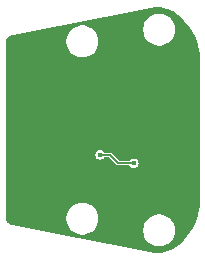
<source format=gbr>
%TF.GenerationSoftware,KiCad,Pcbnew,8.99.0-344-gfbc433deaa*%
%TF.CreationDate,2024-04-11T03:20:37-04:00*%
%TF.ProjectId,typeC,74797065-432e-46b6-9963-61645f706362,rev?*%
%TF.SameCoordinates,Original*%
%TF.FileFunction,Copper,L2,Bot*%
%TF.FilePolarity,Positive*%
%FSLAX46Y46*%
G04 Gerber Fmt 4.6, Leading zero omitted, Abs format (unit mm)*
G04 Created by KiCad (PCBNEW 8.99.0-344-gfbc433deaa) date 2024-04-11 03:20:37*
%MOMM*%
%LPD*%
G01*
G04 APERTURE LIST*
%TA.AperFunction,ComponentPad*%
%ADD10O,1.700000X1.200000*%
%TD*%
%TA.AperFunction,ComponentPad*%
%ADD11O,1.900000X1.200000*%
%TD*%
%TA.AperFunction,ViaPad*%
%ADD12C,0.450000*%
%TD*%
%TA.AperFunction,Conductor*%
%ADD13C,0.127000*%
%TD*%
G04 APERTURE END LIST*
D10*
%TO.P,J3,SH,SH*%
%TO.N,GND*%
X179150000Y-92570000D03*
X179150000Y-103430000D03*
D11*
X174650000Y-92570000D03*
X174650000Y-103430000D03*
%TD*%
D12*
%TO.N,GND*%
X175134020Y-107650075D03*
X174751883Y-88670615D03*
X168250000Y-90000000D03*
X167848915Y-106073925D03*
X171971781Y-106874535D03*
X178850000Y-101600000D03*
X176650000Y-100300000D03*
X178750000Y-98400000D03*
X176650000Y-97100000D03*
X174500000Y-94400000D03*
X174500000Y-95600000D03*
X174500000Y-96800000D03*
X174500000Y-98000000D03*
X174500000Y-99200000D03*
%TO.N,UTL*%
X174600000Y-100800000D03*
X171750000Y-100100000D03*
%TO.N,GND*%
X174650000Y-91200000D03*
X176650000Y-94400000D03*
X172130000Y-103910000D03*
X172350000Y-89000000D03*
X166600000Y-97000000D03*
X166600000Y-95500000D03*
X168480000Y-92500000D03*
X164850000Y-97330000D03*
X166600000Y-98500000D03*
X166190000Y-92440000D03*
X171400000Y-97900000D03*
X166600000Y-101500000D03*
X164830000Y-99920000D03*
X179020000Y-106260000D03*
X169100000Y-94800000D03*
X165530000Y-102750000D03*
X166600000Y-94000000D03*
X168220000Y-103810000D03*
X166130000Y-105130000D03*
X178850000Y-95500000D03*
X179200000Y-91200000D03*
X171400000Y-101000000D03*
X169100000Y-101000000D03*
X171400000Y-94800000D03*
X164850000Y-94780000D03*
X172000000Y-92500000D03*
X174450000Y-104800000D03*
X169100000Y-97900000D03*
X166100000Y-90430000D03*
X178350000Y-89100000D03*
%TD*%
D13*
%TO.N,UTL*%
X173300000Y-100800000D02*
X174450000Y-100800000D01*
X171750000Y-100100000D02*
X172600000Y-100100000D01*
X172600000Y-100100000D02*
X173300000Y-100800000D01*
%TD*%
%TA.AperFunction,Conductor*%
%TO.N,GND*%
G36*
X176604446Y-87583439D02*
G01*
X176877317Y-87600298D01*
X176883633Y-87601013D01*
X177153362Y-87645551D01*
X177159578Y-87646906D01*
X177423385Y-87718663D01*
X177429424Y-87720642D01*
X177595416Y-87784550D01*
X177684543Y-87818866D01*
X177690362Y-87821454D01*
X177821773Y-87888116D01*
X177934161Y-87945129D01*
X177939680Y-87948291D01*
X178169644Y-88096144D01*
X178174803Y-88099845D01*
X178361092Y-88248446D01*
X178389468Y-88271081D01*
X178391907Y-88273130D01*
X178560846Y-88422594D01*
X178560846Y-88422595D01*
X178593454Y-88451445D01*
X178595397Y-88453238D01*
X178881785Y-88729074D01*
X178885436Y-88732901D01*
X179146598Y-89030961D01*
X179149912Y-89035083D01*
X179384933Y-89354150D01*
X179387887Y-89358537D01*
X179491493Y-89527440D01*
X179548397Y-89620208D01*
X179595100Y-89696344D01*
X179597668Y-89700960D01*
X179655586Y-89816241D01*
X179775574Y-90055071D01*
X179777746Y-90059893D01*
X179925074Y-90427773D01*
X179926831Y-90432762D01*
X180042528Y-90811780D01*
X180043856Y-90816897D01*
X180051075Y-90850498D01*
X180127095Y-91204351D01*
X180127986Y-91209564D01*
X180178169Y-91602661D01*
X180178616Y-91607932D01*
X180182862Y-91708215D01*
X180188888Y-91850500D01*
X180195444Y-92005295D01*
X180195500Y-92007939D01*
X180195500Y-103992172D01*
X180195444Y-103994816D01*
X180178621Y-104392067D01*
X180178174Y-104397338D01*
X180127991Y-104790436D01*
X180127100Y-104795649D01*
X180043861Y-105183101D01*
X180042532Y-105188220D01*
X179926835Y-105567239D01*
X179925078Y-105572228D01*
X179777751Y-105940108D01*
X179775579Y-105944930D01*
X179597673Y-106299040D01*
X179595101Y-106303661D01*
X179387895Y-106641460D01*
X179384941Y-106645848D01*
X179149916Y-106964919D01*
X179146602Y-106969041D01*
X178885440Y-107267101D01*
X178881789Y-107270928D01*
X178595483Y-107546685D01*
X178593540Y-107548479D01*
X178427661Y-107695235D01*
X178427655Y-107695240D01*
X178400893Y-107718918D01*
X178400888Y-107718922D01*
X178392181Y-107726624D01*
X178389748Y-107728668D01*
X178174794Y-107900151D01*
X178169619Y-107903865D01*
X177939680Y-108051713D01*
X177934155Y-108054880D01*
X177690356Y-108178564D01*
X177684537Y-108181152D01*
X177429424Y-108279380D01*
X177423371Y-108281363D01*
X177159578Y-108353120D01*
X177153356Y-108354476D01*
X176883636Y-108399015D01*
X176877307Y-108399731D01*
X176604451Y-108416590D01*
X176598083Y-108416658D01*
X176324935Y-108405662D01*
X176318592Y-108405082D01*
X176046915Y-108366191D01*
X176043777Y-108365660D01*
X176026140Y-108362211D01*
X176026138Y-108362209D01*
X176026138Y-108362210D01*
X176019673Y-108360946D01*
X175997823Y-108356672D01*
X175997812Y-108356671D01*
X175094487Y-108180006D01*
X167227584Y-106641460D01*
X164359934Y-106080628D01*
X164353966Y-106079153D01*
X164222516Y-106039706D01*
X164211157Y-106035037D01*
X164092696Y-105972102D01*
X164082470Y-105965303D01*
X163978603Y-105880421D01*
X163969902Y-105871753D01*
X163884631Y-105768188D01*
X163877795Y-105757986D01*
X163814427Y-105639759D01*
X163809717Y-105628418D01*
X163802986Y-105606284D01*
X168899500Y-105606284D01*
X168899501Y-105606300D01*
X168932753Y-105816240D01*
X168932753Y-105816241D01*
X168998442Y-106018410D01*
X168998446Y-106018418D01*
X169094949Y-106207817D01*
X169219897Y-106379794D01*
X169370205Y-106530102D01*
X169542182Y-106655050D01*
X169542184Y-106655051D01*
X169731588Y-106751557D01*
X169933757Y-106817246D01*
X170022244Y-106831261D01*
X170143699Y-106850498D01*
X170143705Y-106850498D01*
X170143713Y-106850500D01*
X170143715Y-106850500D01*
X170356285Y-106850500D01*
X170356287Y-106850500D01*
X170566243Y-106817246D01*
X170768412Y-106751557D01*
X170957816Y-106655051D01*
X171024938Y-106606284D01*
X175399500Y-106606284D01*
X175399501Y-106606300D01*
X175432753Y-106816240D01*
X175432753Y-106816241D01*
X175498442Y-107018410D01*
X175498446Y-107018418D01*
X175594949Y-107207817D01*
X175719897Y-107379794D01*
X175870205Y-107530102D01*
X176042182Y-107655050D01*
X176042184Y-107655051D01*
X176231588Y-107751557D01*
X176433757Y-107817246D01*
X176522244Y-107831261D01*
X176643699Y-107850498D01*
X176643705Y-107850498D01*
X176643713Y-107850500D01*
X176643715Y-107850500D01*
X176856285Y-107850500D01*
X176856287Y-107850500D01*
X177066243Y-107817246D01*
X177268412Y-107751557D01*
X177457816Y-107655051D01*
X177629792Y-107530104D01*
X177780104Y-107379792D01*
X177905051Y-107207816D01*
X178001557Y-107018412D01*
X178067246Y-106816243D01*
X178100500Y-106606287D01*
X178100500Y-106393713D01*
X178098295Y-106379794D01*
X178071057Y-106207817D01*
X178067246Y-106183757D01*
X178001557Y-105981588D01*
X177905051Y-105792184D01*
X177884159Y-105763429D01*
X177780102Y-105620205D01*
X177629794Y-105469897D01*
X177457817Y-105344949D01*
X177268418Y-105248446D01*
X177268410Y-105248442D01*
X177066241Y-105182753D01*
X176856300Y-105149501D01*
X176856288Y-105149500D01*
X176856287Y-105149500D01*
X176643713Y-105149500D01*
X176643711Y-105149500D01*
X176643699Y-105149501D01*
X176433759Y-105182753D01*
X176433758Y-105182753D01*
X176231589Y-105248442D01*
X176231581Y-105248446D01*
X176042182Y-105344949D01*
X175870205Y-105469897D01*
X175719897Y-105620205D01*
X175594949Y-105792182D01*
X175498446Y-105981581D01*
X175498442Y-105981589D01*
X175432753Y-106183758D01*
X175432753Y-106183759D01*
X175399501Y-106393699D01*
X175399500Y-106393715D01*
X175399500Y-106606284D01*
X171024938Y-106606284D01*
X171129792Y-106530104D01*
X171280104Y-106379792D01*
X171405051Y-106207816D01*
X171501557Y-106018412D01*
X171567246Y-105816243D01*
X171600500Y-105606287D01*
X171600500Y-105393713D01*
X171592831Y-105345296D01*
X171567246Y-105183759D01*
X171567246Y-105183758D01*
X171566920Y-105182753D01*
X171501557Y-104981588D01*
X171405051Y-104792184D01*
X171280104Y-104620208D01*
X171280102Y-104620205D01*
X171129794Y-104469897D01*
X170957817Y-104344949D01*
X170768418Y-104248446D01*
X170768410Y-104248442D01*
X170566241Y-104182753D01*
X170356300Y-104149501D01*
X170356288Y-104149500D01*
X170356287Y-104149500D01*
X170143713Y-104149500D01*
X170143711Y-104149500D01*
X170143699Y-104149501D01*
X169933759Y-104182753D01*
X169933758Y-104182753D01*
X169731589Y-104248442D01*
X169731581Y-104248446D01*
X169542182Y-104344949D01*
X169370205Y-104469897D01*
X169219897Y-104620205D01*
X169094949Y-104792182D01*
X168998446Y-104981581D01*
X168998442Y-104981589D01*
X168932753Y-105183758D01*
X168932753Y-105183759D01*
X168899501Y-105393699D01*
X168899500Y-105393715D01*
X168899500Y-105606284D01*
X163802986Y-105606284D01*
X163770689Y-105500080D01*
X163768287Y-105488036D01*
X163754802Y-105351436D01*
X163754500Y-105345296D01*
X163754500Y-100100000D01*
X171344508Y-100100000D01*
X171364354Y-100225304D01*
X171364354Y-100225305D01*
X171407155Y-100309306D01*
X171421950Y-100338342D01*
X171511658Y-100428050D01*
X171624696Y-100485646D01*
X171750000Y-100505492D01*
X171875304Y-100485646D01*
X171988342Y-100428050D01*
X172078050Y-100338342D01*
X172084784Y-100325126D01*
X172121158Y-100294059D01*
X172140472Y-100291000D01*
X172494997Y-100291000D01*
X172539191Y-100309306D01*
X173134509Y-100904623D01*
X173134515Y-100904630D01*
X173138077Y-100908192D01*
X173138078Y-100908193D01*
X173191807Y-100961922D01*
X173262008Y-100991000D01*
X173337992Y-100991000D01*
X174209528Y-100991000D01*
X174253722Y-101009306D01*
X174265216Y-101025126D01*
X174271950Y-101038342D01*
X174361658Y-101128050D01*
X174474696Y-101185646D01*
X174600000Y-101205492D01*
X174725304Y-101185646D01*
X174838342Y-101128050D01*
X174928050Y-101038342D01*
X174985646Y-100925304D01*
X175005492Y-100800000D01*
X174985646Y-100674696D01*
X174928050Y-100561658D01*
X174838342Y-100471950D01*
X174725304Y-100414354D01*
X174600000Y-100394508D01*
X174474695Y-100414354D01*
X174474694Y-100414354D01*
X174361657Y-100471950D01*
X174271949Y-100561658D01*
X174265216Y-100574874D01*
X174228842Y-100605941D01*
X174209528Y-100609000D01*
X173405002Y-100609000D01*
X173360808Y-100590694D01*
X173061114Y-100291000D01*
X172708193Y-99938078D01*
X172637992Y-99909000D01*
X172637991Y-99909000D01*
X172140472Y-99909000D01*
X172096278Y-99890694D01*
X172084784Y-99874874D01*
X172078050Y-99861658D01*
X171988342Y-99771950D01*
X171875304Y-99714354D01*
X171750000Y-99694508D01*
X171624695Y-99714354D01*
X171624694Y-99714354D01*
X171511657Y-99771950D01*
X171421950Y-99861657D01*
X171364354Y-99974694D01*
X171364354Y-99974695D01*
X171344508Y-100100000D01*
X163754500Y-100100000D01*
X163754500Y-90654681D01*
X163754802Y-90648541D01*
X163758974Y-90606284D01*
X168899500Y-90606284D01*
X168899501Y-90606300D01*
X168932753Y-90816240D01*
X168932753Y-90816241D01*
X168998442Y-91018410D01*
X168998446Y-91018418D01*
X169094949Y-91207817D01*
X169219897Y-91379794D01*
X169370205Y-91530102D01*
X169542182Y-91655050D01*
X169542184Y-91655051D01*
X169731588Y-91751557D01*
X169933757Y-91817246D01*
X170022244Y-91831261D01*
X170143699Y-91850498D01*
X170143705Y-91850498D01*
X170143713Y-91850500D01*
X170143715Y-91850500D01*
X170356285Y-91850500D01*
X170356287Y-91850500D01*
X170566243Y-91817246D01*
X170768412Y-91751557D01*
X170957816Y-91655051D01*
X171129792Y-91530104D01*
X171280104Y-91379792D01*
X171405051Y-91207816D01*
X171501557Y-91018412D01*
X171567246Y-90816243D01*
X171600500Y-90606287D01*
X171600500Y-90393713D01*
X171598295Y-90379794D01*
X171576472Y-90242007D01*
X171567246Y-90183757D01*
X171501557Y-89981588D01*
X171405051Y-89792184D01*
X171280104Y-89620208D01*
X171280102Y-89620205D01*
X171266181Y-89606284D01*
X175399500Y-89606284D01*
X175399501Y-89606300D01*
X175432753Y-89816240D01*
X175432753Y-89816241D01*
X175498442Y-90018410D01*
X175498446Y-90018418D01*
X175594949Y-90207817D01*
X175719897Y-90379794D01*
X175870205Y-90530102D01*
X176042182Y-90655050D01*
X176042184Y-90655051D01*
X176231588Y-90751557D01*
X176433757Y-90817246D01*
X176522244Y-90831261D01*
X176643699Y-90850498D01*
X176643705Y-90850498D01*
X176643713Y-90850500D01*
X176643715Y-90850500D01*
X176856285Y-90850500D01*
X176856287Y-90850500D01*
X177066243Y-90817246D01*
X177268412Y-90751557D01*
X177457816Y-90655051D01*
X177629792Y-90530104D01*
X177780104Y-90379792D01*
X177905051Y-90207816D01*
X178001557Y-90018412D01*
X178067246Y-89816243D01*
X178100500Y-89606287D01*
X178100500Y-89393713D01*
X178092776Y-89344949D01*
X178067246Y-89183759D01*
X178067246Y-89183758D01*
X178066920Y-89182753D01*
X178001557Y-88981588D01*
X177905051Y-88792184D01*
X177859199Y-88729074D01*
X177780102Y-88620205D01*
X177629794Y-88469897D01*
X177457817Y-88344949D01*
X177268418Y-88248446D01*
X177268410Y-88248442D01*
X177066241Y-88182753D01*
X176856300Y-88149501D01*
X176856288Y-88149500D01*
X176856287Y-88149500D01*
X176643713Y-88149500D01*
X176643711Y-88149500D01*
X176643699Y-88149501D01*
X176433759Y-88182753D01*
X176433758Y-88182753D01*
X176231589Y-88248442D01*
X176231581Y-88248446D01*
X176042182Y-88344949D01*
X175870205Y-88469897D01*
X175719897Y-88620205D01*
X175594949Y-88792182D01*
X175498446Y-88981581D01*
X175498442Y-88981589D01*
X175432753Y-89183758D01*
X175432753Y-89183759D01*
X175399501Y-89393699D01*
X175399500Y-89393715D01*
X175399500Y-89606284D01*
X171266181Y-89606284D01*
X171129794Y-89469897D01*
X170957817Y-89344949D01*
X170768418Y-89248446D01*
X170768410Y-89248442D01*
X170566241Y-89182753D01*
X170356300Y-89149501D01*
X170356288Y-89149500D01*
X170356287Y-89149500D01*
X170143713Y-89149500D01*
X170143711Y-89149500D01*
X170143699Y-89149501D01*
X169933759Y-89182753D01*
X169933758Y-89182753D01*
X169731589Y-89248442D01*
X169731581Y-89248446D01*
X169542182Y-89344949D01*
X169370205Y-89469897D01*
X169219897Y-89620205D01*
X169094949Y-89792182D01*
X168998446Y-89981581D01*
X168998442Y-89981589D01*
X168932753Y-90183758D01*
X168932753Y-90183759D01*
X168899501Y-90393699D01*
X168899500Y-90393715D01*
X168899500Y-90606284D01*
X163758974Y-90606284D01*
X163768285Y-90511961D01*
X163770687Y-90499919D01*
X163809716Y-90371574D01*
X163814422Y-90360244D01*
X163877800Y-90241997D01*
X163884624Y-90231815D01*
X163969904Y-90128241D01*
X163978586Y-90119590D01*
X164082478Y-90034687D01*
X164092690Y-90027898D01*
X164211160Y-89964958D01*
X164222511Y-89960292D01*
X164353970Y-89920843D01*
X164359898Y-89919377D01*
X176043277Y-87634436D01*
X176046395Y-87633908D01*
X176318610Y-87594945D01*
X176324920Y-87594368D01*
X176598093Y-87583372D01*
X176604446Y-87583439D01*
G37*
%TD.AperFunction*%
%TD*%
M02*

</source>
